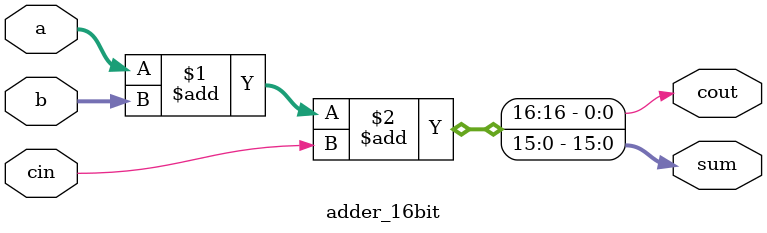
<source format=v>


`timescale 1ns / 1ps

module adder_16bit(
    input [15:0]a,
    input [15:0]b,
    input cin,
    output [15:0]sum,
    output cout
    );
    
    assign {cout,sum} = a+b+cin;
    
endmodule

</source>
